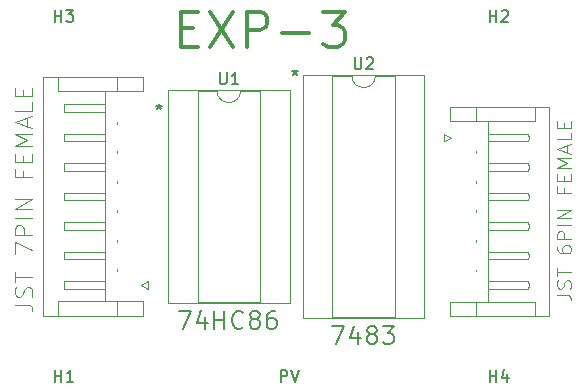
<source format=gbr>
%TF.GenerationSoftware,KiCad,Pcbnew,(6.0.6)*%
%TF.CreationDate,2022-10-11T00:14:44+05:30*%
%TF.ProjectId,exp3,65787033-2e6b-4696-9361-645f70636258,rev?*%
%TF.SameCoordinates,Original*%
%TF.FileFunction,Legend,Top*%
%TF.FilePolarity,Positive*%
%FSLAX46Y46*%
G04 Gerber Fmt 4.6, Leading zero omitted, Abs format (unit mm)*
G04 Created by KiCad (PCBNEW (6.0.6)) date 2022-10-11 00:14:44*
%MOMM*%
%LPD*%
G01*
G04 APERTURE LIST*
%ADD10C,0.150000*%
%ADD11C,0.125000*%
%ADD12C,0.300000*%
%ADD13C,0.120000*%
G04 APERTURE END LIST*
D10*
X133870000Y-84512380D02*
X133870000Y-84750476D01*
X133631904Y-84655238D02*
X133870000Y-84750476D01*
X134108095Y-84655238D01*
X133727142Y-84940952D02*
X133870000Y-84750476D01*
X134012857Y-84940952D01*
X122380000Y-87412380D02*
X122380000Y-87650476D01*
X122141904Y-87555238D02*
X122380000Y-87650476D01*
X122618095Y-87555238D01*
X122237142Y-87840952D02*
X122380000Y-87650476D01*
X122522857Y-87840952D01*
D11*
X156052857Y-103562857D02*
X156910000Y-103562857D01*
X157081428Y-103620000D01*
X157195714Y-103734285D01*
X157252857Y-103905714D01*
X157252857Y-104020000D01*
X157195714Y-103048571D02*
X157252857Y-102877142D01*
X157252857Y-102591428D01*
X157195714Y-102477142D01*
X157138571Y-102420000D01*
X157024285Y-102362857D01*
X156910000Y-102362857D01*
X156795714Y-102420000D01*
X156738571Y-102477142D01*
X156681428Y-102591428D01*
X156624285Y-102820000D01*
X156567142Y-102934285D01*
X156510000Y-102991428D01*
X156395714Y-103048571D01*
X156281428Y-103048571D01*
X156167142Y-102991428D01*
X156110000Y-102934285D01*
X156052857Y-102820000D01*
X156052857Y-102534285D01*
X156110000Y-102362857D01*
X156052857Y-102020000D02*
X156052857Y-101334285D01*
X157252857Y-101677142D02*
X156052857Y-101677142D01*
X156052857Y-99505714D02*
X156052857Y-99734285D01*
X156110000Y-99848571D01*
X156167142Y-99905714D01*
X156338571Y-100020000D01*
X156567142Y-100077142D01*
X157024285Y-100077142D01*
X157138571Y-100020000D01*
X157195714Y-99962857D01*
X157252857Y-99848571D01*
X157252857Y-99620000D01*
X157195714Y-99505714D01*
X157138571Y-99448571D01*
X157024285Y-99391428D01*
X156738571Y-99391428D01*
X156624285Y-99448571D01*
X156567142Y-99505714D01*
X156510000Y-99620000D01*
X156510000Y-99848571D01*
X156567142Y-99962857D01*
X156624285Y-100020000D01*
X156738571Y-100077142D01*
X157252857Y-98877142D02*
X156052857Y-98877142D01*
X156052857Y-98420000D01*
X156110000Y-98305714D01*
X156167142Y-98248571D01*
X156281428Y-98191428D01*
X156452857Y-98191428D01*
X156567142Y-98248571D01*
X156624285Y-98305714D01*
X156681428Y-98420000D01*
X156681428Y-98877142D01*
X157252857Y-97677142D02*
X156052857Y-97677142D01*
X157252857Y-97105714D02*
X156052857Y-97105714D01*
X157252857Y-96420000D01*
X156052857Y-96420000D01*
X156624285Y-94534285D02*
X156624285Y-94934285D01*
X157252857Y-94934285D02*
X156052857Y-94934285D01*
X156052857Y-94362857D01*
X156624285Y-93905714D02*
X156624285Y-93505714D01*
X157252857Y-93334285D02*
X157252857Y-93905714D01*
X156052857Y-93905714D01*
X156052857Y-93334285D01*
X157252857Y-92820000D02*
X156052857Y-92820000D01*
X156910000Y-92420000D01*
X156052857Y-92020000D01*
X157252857Y-92020000D01*
X156910000Y-91505714D02*
X156910000Y-90934285D01*
X157252857Y-91620000D02*
X156052857Y-91220000D01*
X157252857Y-90820000D01*
X157252857Y-89848571D02*
X157252857Y-90420000D01*
X156052857Y-90420000D01*
X156624285Y-89448571D02*
X156624285Y-89048571D01*
X157252857Y-88877142D02*
X157252857Y-89448571D01*
X156052857Y-89448571D01*
X156052857Y-88877142D01*
X110148571Y-104410000D02*
X111220000Y-104410000D01*
X111434285Y-104481428D01*
X111577142Y-104624285D01*
X111648571Y-104838571D01*
X111648571Y-104981428D01*
X111577142Y-103767142D02*
X111648571Y-103552857D01*
X111648571Y-103195714D01*
X111577142Y-103052857D01*
X111505714Y-102981428D01*
X111362857Y-102910000D01*
X111220000Y-102910000D01*
X111077142Y-102981428D01*
X111005714Y-103052857D01*
X110934285Y-103195714D01*
X110862857Y-103481428D01*
X110791428Y-103624285D01*
X110720000Y-103695714D01*
X110577142Y-103767142D01*
X110434285Y-103767142D01*
X110291428Y-103695714D01*
X110220000Y-103624285D01*
X110148571Y-103481428D01*
X110148571Y-103124285D01*
X110220000Y-102910000D01*
X110148571Y-102481428D02*
X110148571Y-101624285D01*
X111648571Y-102052857D02*
X110148571Y-102052857D01*
X110148571Y-100124285D02*
X110148571Y-99124285D01*
X111648571Y-99767142D01*
X111648571Y-98552857D02*
X110148571Y-98552857D01*
X110148571Y-97981428D01*
X110220000Y-97838571D01*
X110291428Y-97767142D01*
X110434285Y-97695714D01*
X110648571Y-97695714D01*
X110791428Y-97767142D01*
X110862857Y-97838571D01*
X110934285Y-97981428D01*
X110934285Y-98552857D01*
X111648571Y-97052857D02*
X110148571Y-97052857D01*
X111648571Y-96338571D02*
X110148571Y-96338571D01*
X111648571Y-95481428D01*
X110148571Y-95481428D01*
X110862857Y-93124285D02*
X110862857Y-93624285D01*
X111648571Y-93624285D02*
X110148571Y-93624285D01*
X110148571Y-92910000D01*
X110862857Y-92338571D02*
X110862857Y-91838571D01*
X111648571Y-91624285D02*
X111648571Y-92338571D01*
X110148571Y-92338571D01*
X110148571Y-91624285D01*
X111648571Y-90981428D02*
X110148571Y-90981428D01*
X111220000Y-90481428D01*
X110148571Y-89981428D01*
X111648571Y-89981428D01*
X111220000Y-89338571D02*
X111220000Y-88624285D01*
X111648571Y-89481428D02*
X110148571Y-88981428D01*
X111648571Y-88481428D01*
X111648571Y-87267142D02*
X111648571Y-87981428D01*
X110148571Y-87981428D01*
X110862857Y-86767142D02*
X110862857Y-86267142D01*
X111648571Y-86052857D02*
X111648571Y-86767142D01*
X110148571Y-86767142D01*
X110148571Y-86052857D01*
D12*
X124242857Y-81025714D02*
X125242857Y-81025714D01*
X125671428Y-82597142D02*
X124242857Y-82597142D01*
X124242857Y-79597142D01*
X125671428Y-79597142D01*
X126671428Y-79597142D02*
X128671428Y-82597142D01*
X128671428Y-79597142D02*
X126671428Y-82597142D01*
X129814285Y-82597142D02*
X129814285Y-79597142D01*
X130957142Y-79597142D01*
X131242857Y-79740000D01*
X131385714Y-79882857D01*
X131528571Y-80168571D01*
X131528571Y-80597142D01*
X131385714Y-80882857D01*
X131242857Y-81025714D01*
X130957142Y-81168571D01*
X129814285Y-81168571D01*
X132814285Y-81454285D02*
X135100000Y-81454285D01*
X136242857Y-79597142D02*
X138100000Y-79597142D01*
X137100000Y-80740000D01*
X137528571Y-80740000D01*
X137814285Y-80882857D01*
X137957142Y-81025714D01*
X138100000Y-81311428D01*
X138100000Y-82025714D01*
X137957142Y-82311428D01*
X137814285Y-82454285D01*
X137528571Y-82597142D01*
X136671428Y-82597142D01*
X136385714Y-82454285D01*
X136242857Y-82311428D01*
D10*
X132659523Y-110942380D02*
X132659523Y-109942380D01*
X133040476Y-109942380D01*
X133135714Y-109990000D01*
X133183333Y-110037619D01*
X133230952Y-110132857D01*
X133230952Y-110275714D01*
X133183333Y-110370952D01*
X133135714Y-110418571D01*
X133040476Y-110466190D01*
X132659523Y-110466190D01*
X133516666Y-109942380D02*
X133850000Y-110942380D01*
X134183333Y-109942380D01*
%TO.C,U2*%
X138938095Y-83482380D02*
X138938095Y-84291904D01*
X138985714Y-84387142D01*
X139033333Y-84434761D01*
X139128571Y-84482380D01*
X139319047Y-84482380D01*
X139414285Y-84434761D01*
X139461904Y-84387142D01*
X139509523Y-84291904D01*
X139509523Y-83482380D01*
X139938095Y-83577619D02*
X139985714Y-83530000D01*
X140080952Y-83482380D01*
X140319047Y-83482380D01*
X140414285Y-83530000D01*
X140461904Y-83577619D01*
X140509523Y-83672857D01*
X140509523Y-83768095D01*
X140461904Y-83910952D01*
X139890476Y-84482380D01*
X140509523Y-84482380D01*
X137037142Y-106258571D02*
X138037142Y-106258571D01*
X137394285Y-107758571D01*
X139251428Y-106758571D02*
X139251428Y-107758571D01*
X138894285Y-106187142D02*
X138537142Y-107258571D01*
X139465714Y-107258571D01*
X140251428Y-106901428D02*
X140108571Y-106830000D01*
X140037142Y-106758571D01*
X139965714Y-106615714D01*
X139965714Y-106544285D01*
X140037142Y-106401428D01*
X140108571Y-106330000D01*
X140251428Y-106258571D01*
X140537142Y-106258571D01*
X140680000Y-106330000D01*
X140751428Y-106401428D01*
X140822857Y-106544285D01*
X140822857Y-106615714D01*
X140751428Y-106758571D01*
X140680000Y-106830000D01*
X140537142Y-106901428D01*
X140251428Y-106901428D01*
X140108571Y-106972857D01*
X140037142Y-107044285D01*
X139965714Y-107187142D01*
X139965714Y-107472857D01*
X140037142Y-107615714D01*
X140108571Y-107687142D01*
X140251428Y-107758571D01*
X140537142Y-107758571D01*
X140680000Y-107687142D01*
X140751428Y-107615714D01*
X140822857Y-107472857D01*
X140822857Y-107187142D01*
X140751428Y-107044285D01*
X140680000Y-106972857D01*
X140537142Y-106901428D01*
X141322857Y-106258571D02*
X142251428Y-106258571D01*
X141751428Y-106830000D01*
X141965714Y-106830000D01*
X142108571Y-106901428D01*
X142180000Y-106972857D01*
X142251428Y-107115714D01*
X142251428Y-107472857D01*
X142180000Y-107615714D01*
X142108571Y-107687142D01*
X141965714Y-107758571D01*
X141537142Y-107758571D01*
X141394285Y-107687142D01*
X141322857Y-107615714D01*
%TO.C,U1*%
X127518095Y-84747380D02*
X127518095Y-85556904D01*
X127565714Y-85652142D01*
X127613333Y-85699761D01*
X127708571Y-85747380D01*
X127899047Y-85747380D01*
X127994285Y-85699761D01*
X128041904Y-85652142D01*
X128089523Y-85556904D01*
X128089523Y-84747380D01*
X129089523Y-85747380D02*
X128518095Y-85747380D01*
X128803809Y-85747380D02*
X128803809Y-84747380D01*
X128708571Y-84890238D01*
X128613333Y-84985476D01*
X128518095Y-85033095D01*
X124051428Y-104958571D02*
X125051428Y-104958571D01*
X124408571Y-106458571D01*
X126265714Y-105458571D02*
X126265714Y-106458571D01*
X125908571Y-104887142D02*
X125551428Y-105958571D01*
X126480000Y-105958571D01*
X127051428Y-106458571D02*
X127051428Y-104958571D01*
X127051428Y-105672857D02*
X127908571Y-105672857D01*
X127908571Y-106458571D02*
X127908571Y-104958571D01*
X129480000Y-106315714D02*
X129408571Y-106387142D01*
X129194285Y-106458571D01*
X129051428Y-106458571D01*
X128837142Y-106387142D01*
X128694285Y-106244285D01*
X128622857Y-106101428D01*
X128551428Y-105815714D01*
X128551428Y-105601428D01*
X128622857Y-105315714D01*
X128694285Y-105172857D01*
X128837142Y-105030000D01*
X129051428Y-104958571D01*
X129194285Y-104958571D01*
X129408571Y-105030000D01*
X129480000Y-105101428D01*
X130337142Y-105601428D02*
X130194285Y-105530000D01*
X130122857Y-105458571D01*
X130051428Y-105315714D01*
X130051428Y-105244285D01*
X130122857Y-105101428D01*
X130194285Y-105030000D01*
X130337142Y-104958571D01*
X130622857Y-104958571D01*
X130765714Y-105030000D01*
X130837142Y-105101428D01*
X130908571Y-105244285D01*
X130908571Y-105315714D01*
X130837142Y-105458571D01*
X130765714Y-105530000D01*
X130622857Y-105601428D01*
X130337142Y-105601428D01*
X130194285Y-105672857D01*
X130122857Y-105744285D01*
X130051428Y-105887142D01*
X130051428Y-106172857D01*
X130122857Y-106315714D01*
X130194285Y-106387142D01*
X130337142Y-106458571D01*
X130622857Y-106458571D01*
X130765714Y-106387142D01*
X130837142Y-106315714D01*
X130908571Y-106172857D01*
X130908571Y-105887142D01*
X130837142Y-105744285D01*
X130765714Y-105672857D01*
X130622857Y-105601428D01*
X132194285Y-104958571D02*
X131908571Y-104958571D01*
X131765714Y-105030000D01*
X131694285Y-105101428D01*
X131551428Y-105315714D01*
X131480000Y-105601428D01*
X131480000Y-106172857D01*
X131551428Y-106315714D01*
X131622857Y-106387142D01*
X131765714Y-106458571D01*
X132051428Y-106458571D01*
X132194285Y-106387142D01*
X132265714Y-106315714D01*
X132337142Y-106172857D01*
X132337142Y-105815714D01*
X132265714Y-105672857D01*
X132194285Y-105601428D01*
X132051428Y-105530000D01*
X131765714Y-105530000D01*
X131622857Y-105601428D01*
X131551428Y-105672857D01*
X131480000Y-105815714D01*
%TO.C,H4*%
X150368095Y-110942380D02*
X150368095Y-109942380D01*
X150368095Y-110418571D02*
X150939523Y-110418571D01*
X150939523Y-110942380D02*
X150939523Y-109942380D01*
X151844285Y-110275714D02*
X151844285Y-110942380D01*
X151606190Y-109894761D02*
X151368095Y-110609047D01*
X151987142Y-110609047D01*
%TO.C,H1*%
X113538095Y-110942380D02*
X113538095Y-109942380D01*
X113538095Y-110418571D02*
X114109523Y-110418571D01*
X114109523Y-110942380D02*
X114109523Y-109942380D01*
X115109523Y-110942380D02*
X114538095Y-110942380D01*
X114823809Y-110942380D02*
X114823809Y-109942380D01*
X114728571Y-110085238D01*
X114633333Y-110180476D01*
X114538095Y-110228095D01*
%TO.C,H2*%
X150368095Y-80462380D02*
X150368095Y-79462380D01*
X150368095Y-79938571D02*
X150939523Y-79938571D01*
X150939523Y-80462380D02*
X150939523Y-79462380D01*
X151368095Y-79557619D02*
X151415714Y-79510000D01*
X151510952Y-79462380D01*
X151749047Y-79462380D01*
X151844285Y-79510000D01*
X151891904Y-79557619D01*
X151939523Y-79652857D01*
X151939523Y-79748095D01*
X151891904Y-79890952D01*
X151320476Y-80462380D01*
X151939523Y-80462380D01*
%TO.C,H3*%
X113538095Y-80462380D02*
X113538095Y-79462380D01*
X113538095Y-79938571D02*
X114109523Y-79938571D01*
X114109523Y-80462380D02*
X114109523Y-79462380D01*
X114490476Y-79462380D02*
X115109523Y-79462380D01*
X114776190Y-79843333D01*
X114919047Y-79843333D01*
X115014285Y-79890952D01*
X115061904Y-79938571D01*
X115109523Y-80033809D01*
X115109523Y-80271904D01*
X115061904Y-80367142D01*
X115014285Y-80414761D01*
X114919047Y-80462380D01*
X114633333Y-80462380D01*
X114538095Y-80414761D01*
X114490476Y-80367142D01*
D13*
%TO.C,U2*%
X138700000Y-85030000D02*
G75*
G03*
X140700000Y-85030000I1000000J0D01*
G01*
X134560000Y-105530000D02*
X144840000Y-105530000D01*
X134560000Y-84970000D02*
X134560000Y-105530000D01*
X144840000Y-105530000D02*
X144840000Y-84970000D01*
X137050000Y-85030000D02*
X137050000Y-105470000D01*
X142350000Y-85030000D02*
X140700000Y-85030000D01*
X138700000Y-85030000D02*
X137050000Y-85030000D01*
X142350000Y-105470000D02*
X142350000Y-85030000D01*
X144840000Y-84970000D02*
X134560000Y-84970000D01*
X137050000Y-105470000D02*
X142350000Y-105470000D01*
%TO.C,U1*%
X133420000Y-86235000D02*
X123140000Y-86235000D01*
X133420000Y-104255000D02*
X133420000Y-86235000D01*
X123140000Y-104255000D02*
X133420000Y-104255000D01*
X130930000Y-86295000D02*
X129280000Y-86295000D01*
X125630000Y-86295000D02*
X125630000Y-104195000D01*
X125630000Y-104195000D02*
X130930000Y-104195000D01*
X127280000Y-86295000D02*
X125630000Y-86295000D01*
X123140000Y-86235000D02*
X123140000Y-104255000D01*
X130930000Y-104195000D02*
X130930000Y-86295000D01*
X127280000Y-86295000D02*
G75*
G03*
X129280000Y-86295000I1000000J0D01*
G01*
%TO.C,J2*%
X149187500Y-91440000D02*
X149187500Y-91600000D01*
X149187500Y-88880000D02*
X149187500Y-87660000D01*
X153687500Y-100270000D02*
X153607500Y-100590000D01*
X149187500Y-93940000D02*
X149187500Y-94100000D01*
X150187500Y-90590000D02*
X150187500Y-90270000D01*
X150187500Y-88880000D02*
X150187500Y-104160000D01*
X153607500Y-100590000D02*
X150187500Y-100590000D01*
X153607500Y-99950000D02*
X153687500Y-100270000D01*
X146497500Y-90570000D02*
X147097500Y-90270000D01*
X150187500Y-89950000D02*
X153607500Y-89950000D01*
X149187500Y-96440000D02*
X149187500Y-96600000D01*
X153607500Y-98090000D02*
X150187500Y-98090000D01*
X149187500Y-101440000D02*
X149187500Y-101600000D01*
X150187500Y-97450000D02*
X153607500Y-97450000D01*
X146987500Y-104160000D02*
X149187500Y-104160000D01*
X150187500Y-94950000D02*
X153607500Y-94950000D01*
X150187500Y-95590000D02*
X150187500Y-95270000D01*
X150187500Y-102450000D02*
X153607500Y-102450000D01*
X153607500Y-97450000D02*
X153687500Y-97770000D01*
X149187500Y-88880000D02*
X146987500Y-88880000D01*
X150187500Y-98090000D02*
X150187500Y-97770000D01*
X150187500Y-92770000D02*
X150187500Y-92450000D01*
X147097500Y-90270000D02*
X146497500Y-89970000D01*
X150187500Y-93090000D02*
X150187500Y-92770000D01*
X153607500Y-92450000D02*
X153687500Y-92770000D01*
X146987500Y-88880000D02*
X146987500Y-87660000D01*
X153607500Y-90590000D02*
X150187500Y-90590000D01*
X150187500Y-103090000D02*
X150187500Y-102770000D01*
X153687500Y-92770000D02*
X153607500Y-93090000D01*
X153687500Y-102770000D02*
X153607500Y-103090000D01*
X150187500Y-97770000D02*
X150187500Y-97450000D01*
X155407500Y-87660000D02*
X155407500Y-105380000D01*
X153687500Y-95270000D02*
X153607500Y-95590000D01*
X146987500Y-87660000D02*
X155407500Y-87660000D01*
X153607500Y-102450000D02*
X153687500Y-102770000D01*
X153607500Y-94950000D02*
X153687500Y-95270000D01*
X149187500Y-98940000D02*
X149187500Y-99100000D01*
X154187500Y-87660000D02*
X154187500Y-88880000D01*
X150187500Y-102770000D02*
X150187500Y-102450000D01*
X153607500Y-95590000D02*
X150187500Y-95590000D01*
X149187500Y-104160000D02*
X149187500Y-105380000D01*
X153607500Y-103090000D02*
X150187500Y-103090000D01*
X150187500Y-100270000D02*
X150187500Y-99950000D01*
X150187500Y-92450000D02*
X153607500Y-92450000D01*
X155407500Y-105380000D02*
X146987500Y-105380000D01*
X154187500Y-88880000D02*
X149187500Y-88880000D01*
X146497500Y-89970000D02*
X146497500Y-90570000D01*
X153687500Y-97770000D02*
X153607500Y-98090000D01*
X154187500Y-105380000D02*
X154187500Y-104160000D01*
X146987500Y-105380000D02*
X146987500Y-104160000D01*
X150187500Y-95270000D02*
X150187500Y-94950000D01*
X150187500Y-90270000D02*
X150187500Y-89950000D01*
X154187500Y-104160000D02*
X149187500Y-104160000D01*
X153607500Y-89950000D02*
X153687500Y-90270000D01*
X150187500Y-100590000D02*
X150187500Y-100270000D01*
X153607500Y-93090000D02*
X150187500Y-93090000D01*
X153687500Y-90270000D02*
X153607500Y-90590000D01*
X150187500Y-99950000D02*
X153607500Y-99950000D01*
%TO.C,J1*%
X113782500Y-86360000D02*
X118782500Y-86360000D01*
X114362500Y-98070000D02*
X114282500Y-97750000D01*
X114282500Y-102750000D02*
X114362500Y-102430000D01*
X120872500Y-102750000D02*
X121472500Y-103050000D01*
X114362500Y-87430000D02*
X117782500Y-87430000D01*
X112562500Y-105360000D02*
X112562500Y-85140000D01*
X117782500Y-104140000D02*
X117782500Y-86360000D01*
X120982500Y-85140000D02*
X120982500Y-86360000D01*
X117782500Y-100570000D02*
X114362500Y-100570000D01*
X120982500Y-86360000D02*
X118782500Y-86360000D01*
X114362500Y-89930000D02*
X117782500Y-89930000D01*
X114362500Y-102430000D02*
X117782500Y-102430000D01*
X117782500Y-89930000D02*
X117782500Y-90250000D01*
X117782500Y-102430000D02*
X117782500Y-102750000D01*
X114362500Y-94930000D02*
X117782500Y-94930000D01*
X117782500Y-88070000D02*
X114362500Y-88070000D01*
X117782500Y-90250000D02*
X117782500Y-90570000D01*
X117782500Y-97430000D02*
X117782500Y-97750000D01*
X114362500Y-97430000D02*
X117782500Y-97430000D01*
X114362500Y-95570000D02*
X114282500Y-95250000D01*
X117782500Y-97750000D02*
X117782500Y-98070000D01*
X121472500Y-102450000D02*
X120872500Y-102750000D01*
X117782500Y-94930000D02*
X117782500Y-95250000D01*
X117782500Y-102750000D02*
X117782500Y-103070000D01*
X118782500Y-89080000D02*
X118782500Y-88920000D01*
X117782500Y-87750000D02*
X117782500Y-88070000D01*
X117782500Y-93070000D02*
X114362500Y-93070000D01*
X118782500Y-86360000D02*
X118782500Y-85140000D01*
X113782500Y-85140000D02*
X113782500Y-86360000D01*
X114282500Y-87750000D02*
X114362500Y-87430000D01*
X117782500Y-95250000D02*
X117782500Y-95570000D01*
X114282500Y-92750000D02*
X114362500Y-92430000D01*
X118782500Y-94080000D02*
X118782500Y-93920000D01*
X117782500Y-87430000D02*
X117782500Y-87750000D01*
X114282500Y-95250000D02*
X114362500Y-94930000D01*
X118782500Y-99080000D02*
X118782500Y-98920000D01*
X118782500Y-91580000D02*
X118782500Y-91420000D01*
X117782500Y-98070000D02*
X114362500Y-98070000D01*
X117782500Y-92750000D02*
X117782500Y-93070000D01*
X113782500Y-104140000D02*
X118782500Y-104140000D01*
X114362500Y-90570000D02*
X114282500Y-90250000D01*
X114282500Y-100250000D02*
X114362500Y-99930000D01*
X114282500Y-90250000D02*
X114362500Y-89930000D01*
X117782500Y-95570000D02*
X114362500Y-95570000D01*
X117782500Y-99930000D02*
X117782500Y-100250000D01*
X114362500Y-103070000D02*
X114282500Y-102750000D01*
X112562500Y-85140000D02*
X120982500Y-85140000D01*
X120982500Y-105360000D02*
X112562500Y-105360000D01*
X117782500Y-103070000D02*
X114362500Y-103070000D01*
X118782500Y-104140000D02*
X120982500Y-104140000D01*
X118782500Y-96580000D02*
X118782500Y-96420000D01*
X113782500Y-105360000D02*
X113782500Y-104140000D01*
X114362500Y-100570000D02*
X114282500Y-100250000D01*
X118782500Y-104140000D02*
X118782500Y-105360000D01*
X117782500Y-100250000D02*
X117782500Y-100570000D01*
X114362500Y-99930000D02*
X117782500Y-99930000D01*
X114282500Y-97750000D02*
X114362500Y-97430000D01*
X114362500Y-93070000D02*
X114282500Y-92750000D01*
X114362500Y-88070000D02*
X114282500Y-87750000D01*
X117782500Y-90570000D02*
X114362500Y-90570000D01*
X118782500Y-101580000D02*
X118782500Y-101420000D01*
X114362500Y-92430000D02*
X117782500Y-92430000D01*
X121472500Y-103050000D02*
X121472500Y-102450000D01*
X120982500Y-104140000D02*
X120982500Y-105360000D01*
X117782500Y-92430000D02*
X117782500Y-92750000D01*
%TD*%
M02*

</source>
